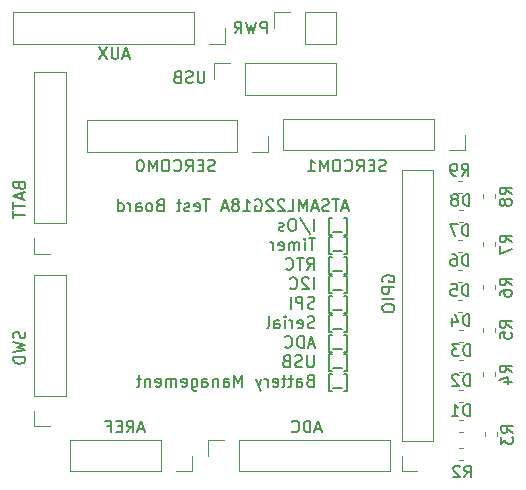
<source format=gbr>
G04 #@! TF.GenerationSoftware,KiCad,Pcbnew,5.1.5*
G04 #@! TF.CreationDate,2020-05-24T16:04:19+02:00*
G04 #@! TF.ProjectId,ATSAML22GA18A_DevBoard,41545341-4d4c-4323-9247-413138415f44,rev?*
G04 #@! TF.SameCoordinates,Original*
G04 #@! TF.FileFunction,Legend,Bot*
G04 #@! TF.FilePolarity,Positive*
%FSLAX46Y46*%
G04 Gerber Fmt 4.6, Leading zero omitted, Abs format (unit mm)*
G04 Created by KiCad (PCBNEW 5.1.5) date 2020-05-24 16:04:19*
%MOMM*%
%LPD*%
G04 APERTURE LIST*
%ADD10C,0.150000*%
%ADD11C,0.120000*%
G04 APERTURE END LIST*
D10*
X172686023Y-76561666D02*
X172209833Y-76561666D01*
X172781261Y-76847380D02*
X172447928Y-75847380D01*
X172114595Y-76847380D01*
X171924119Y-75847380D02*
X171352690Y-75847380D01*
X171638404Y-76847380D02*
X171638404Y-75847380D01*
X171066976Y-76799761D02*
X170924119Y-76847380D01*
X170686023Y-76847380D01*
X170590785Y-76799761D01*
X170543166Y-76752142D01*
X170495547Y-76656904D01*
X170495547Y-76561666D01*
X170543166Y-76466428D01*
X170590785Y-76418809D01*
X170686023Y-76371190D01*
X170876500Y-76323571D01*
X170971738Y-76275952D01*
X171019357Y-76228333D01*
X171066976Y-76133095D01*
X171066976Y-76037857D01*
X171019357Y-75942619D01*
X170971738Y-75895000D01*
X170876500Y-75847380D01*
X170638404Y-75847380D01*
X170495547Y-75895000D01*
X170114595Y-76561666D02*
X169638404Y-76561666D01*
X170209833Y-76847380D02*
X169876500Y-75847380D01*
X169543166Y-76847380D01*
X169209833Y-76847380D02*
X169209833Y-75847380D01*
X168876500Y-76561666D01*
X168543166Y-75847380D01*
X168543166Y-76847380D01*
X167590785Y-76847380D02*
X168066976Y-76847380D01*
X168066976Y-75847380D01*
X167305071Y-75942619D02*
X167257452Y-75895000D01*
X167162214Y-75847380D01*
X166924119Y-75847380D01*
X166828880Y-75895000D01*
X166781261Y-75942619D01*
X166733642Y-76037857D01*
X166733642Y-76133095D01*
X166781261Y-76275952D01*
X167352690Y-76847380D01*
X166733642Y-76847380D01*
X166352690Y-75942619D02*
X166305071Y-75895000D01*
X166209833Y-75847380D01*
X165971738Y-75847380D01*
X165876500Y-75895000D01*
X165828880Y-75942619D01*
X165781261Y-76037857D01*
X165781261Y-76133095D01*
X165828880Y-76275952D01*
X166400309Y-76847380D01*
X165781261Y-76847380D01*
X164828880Y-75895000D02*
X164924119Y-75847380D01*
X165066976Y-75847380D01*
X165209833Y-75895000D01*
X165305071Y-75990238D01*
X165352690Y-76085476D01*
X165400309Y-76275952D01*
X165400309Y-76418809D01*
X165352690Y-76609285D01*
X165305071Y-76704523D01*
X165209833Y-76799761D01*
X165066976Y-76847380D01*
X164971738Y-76847380D01*
X164828880Y-76799761D01*
X164781261Y-76752142D01*
X164781261Y-76418809D01*
X164971738Y-76418809D01*
X163828880Y-76847380D02*
X164400309Y-76847380D01*
X164114595Y-76847380D02*
X164114595Y-75847380D01*
X164209833Y-75990238D01*
X164305071Y-76085476D01*
X164400309Y-76133095D01*
X163257452Y-76275952D02*
X163352690Y-76228333D01*
X163400309Y-76180714D01*
X163447928Y-76085476D01*
X163447928Y-76037857D01*
X163400309Y-75942619D01*
X163352690Y-75895000D01*
X163257452Y-75847380D01*
X163066976Y-75847380D01*
X162971738Y-75895000D01*
X162924119Y-75942619D01*
X162876500Y-76037857D01*
X162876500Y-76085476D01*
X162924119Y-76180714D01*
X162971738Y-76228333D01*
X163066976Y-76275952D01*
X163257452Y-76275952D01*
X163352690Y-76323571D01*
X163400309Y-76371190D01*
X163447928Y-76466428D01*
X163447928Y-76656904D01*
X163400309Y-76752142D01*
X163352690Y-76799761D01*
X163257452Y-76847380D01*
X163066976Y-76847380D01*
X162971738Y-76799761D01*
X162924119Y-76752142D01*
X162876500Y-76656904D01*
X162876500Y-76466428D01*
X162924119Y-76371190D01*
X162971738Y-76323571D01*
X163066976Y-76275952D01*
X162495547Y-76561666D02*
X162019357Y-76561666D01*
X162590785Y-76847380D02*
X162257452Y-75847380D01*
X161924119Y-76847380D01*
X160971738Y-75847380D02*
X160400309Y-75847380D01*
X160686023Y-76847380D02*
X160686023Y-75847380D01*
X159686023Y-76799761D02*
X159781261Y-76847380D01*
X159971738Y-76847380D01*
X160066976Y-76799761D01*
X160114595Y-76704523D01*
X160114595Y-76323571D01*
X160066976Y-76228333D01*
X159971738Y-76180714D01*
X159781261Y-76180714D01*
X159686023Y-76228333D01*
X159638404Y-76323571D01*
X159638404Y-76418809D01*
X160114595Y-76514047D01*
X159257452Y-76799761D02*
X159162214Y-76847380D01*
X158971738Y-76847380D01*
X158876500Y-76799761D01*
X158828880Y-76704523D01*
X158828880Y-76656904D01*
X158876500Y-76561666D01*
X158971738Y-76514047D01*
X159114595Y-76514047D01*
X159209833Y-76466428D01*
X159257452Y-76371190D01*
X159257452Y-76323571D01*
X159209833Y-76228333D01*
X159114595Y-76180714D01*
X158971738Y-76180714D01*
X158876500Y-76228333D01*
X158543166Y-76180714D02*
X158162214Y-76180714D01*
X158400309Y-75847380D02*
X158400309Y-76704523D01*
X158352690Y-76799761D01*
X158257452Y-76847380D01*
X158162214Y-76847380D01*
X156733642Y-76323571D02*
X156590785Y-76371190D01*
X156543166Y-76418809D01*
X156495547Y-76514047D01*
X156495547Y-76656904D01*
X156543166Y-76752142D01*
X156590785Y-76799761D01*
X156686023Y-76847380D01*
X157066976Y-76847380D01*
X157066976Y-75847380D01*
X156733642Y-75847380D01*
X156638404Y-75895000D01*
X156590785Y-75942619D01*
X156543166Y-76037857D01*
X156543166Y-76133095D01*
X156590785Y-76228333D01*
X156638404Y-76275952D01*
X156733642Y-76323571D01*
X157066976Y-76323571D01*
X155924119Y-76847380D02*
X156019357Y-76799761D01*
X156066976Y-76752142D01*
X156114595Y-76656904D01*
X156114595Y-76371190D01*
X156066976Y-76275952D01*
X156019357Y-76228333D01*
X155924119Y-76180714D01*
X155781261Y-76180714D01*
X155686023Y-76228333D01*
X155638404Y-76275952D01*
X155590785Y-76371190D01*
X155590785Y-76656904D01*
X155638404Y-76752142D01*
X155686023Y-76799761D01*
X155781261Y-76847380D01*
X155924119Y-76847380D01*
X154733642Y-76847380D02*
X154733642Y-76323571D01*
X154781261Y-76228333D01*
X154876500Y-76180714D01*
X155066976Y-76180714D01*
X155162214Y-76228333D01*
X154733642Y-76799761D02*
X154828880Y-76847380D01*
X155066976Y-76847380D01*
X155162214Y-76799761D01*
X155209833Y-76704523D01*
X155209833Y-76609285D01*
X155162214Y-76514047D01*
X155066976Y-76466428D01*
X154828880Y-76466428D01*
X154733642Y-76418809D01*
X154257452Y-76847380D02*
X154257452Y-76180714D01*
X154257452Y-76371190D02*
X154209833Y-76275952D01*
X154162214Y-76228333D01*
X154066976Y-76180714D01*
X153971738Y-76180714D01*
X153209833Y-76847380D02*
X153209833Y-75847380D01*
X153209833Y-76799761D02*
X153305071Y-76847380D01*
X153495547Y-76847380D01*
X153590785Y-76799761D01*
X153638404Y-76752142D01*
X153686023Y-76656904D01*
X153686023Y-76371190D01*
X153638404Y-76275952D01*
X153590785Y-76228333D01*
X153495547Y-76180714D01*
X153305071Y-76180714D01*
X153209833Y-76228333D01*
X172352690Y-78830714D02*
X172590785Y-78830714D01*
X172590785Y-77402142D01*
X172352690Y-77402142D01*
X172209833Y-78592619D02*
X171447928Y-78592619D01*
X171305071Y-78830714D02*
X171066976Y-78830714D01*
X171066976Y-77402142D01*
X171305071Y-77402142D01*
X169781261Y-78497380D02*
X169781261Y-77497380D01*
X168590785Y-77449761D02*
X169447928Y-78735476D01*
X168066976Y-77497380D02*
X167876500Y-77497380D01*
X167781261Y-77545000D01*
X167686023Y-77640238D01*
X167638404Y-77830714D01*
X167638404Y-78164047D01*
X167686023Y-78354523D01*
X167781261Y-78449761D01*
X167876500Y-78497380D01*
X168066976Y-78497380D01*
X168162214Y-78449761D01*
X168257452Y-78354523D01*
X168305071Y-78164047D01*
X168305071Y-77830714D01*
X168257452Y-77640238D01*
X168162214Y-77545000D01*
X168066976Y-77497380D01*
X167257452Y-78449761D02*
X167162214Y-78497380D01*
X166971738Y-78497380D01*
X166876500Y-78449761D01*
X166828880Y-78354523D01*
X166828880Y-78306904D01*
X166876500Y-78211666D01*
X166971738Y-78164047D01*
X167114595Y-78164047D01*
X167209833Y-78116428D01*
X167257452Y-78021190D01*
X167257452Y-77973571D01*
X167209833Y-77878333D01*
X167114595Y-77830714D01*
X166971738Y-77830714D01*
X166876500Y-77878333D01*
X172352690Y-80480714D02*
X172590785Y-80480714D01*
X172590785Y-79052142D01*
X172352690Y-79052142D01*
X172209833Y-80242619D02*
X171447928Y-80242619D01*
X171305071Y-80480714D02*
X171066976Y-80480714D01*
X171066976Y-79052142D01*
X171305071Y-79052142D01*
X169924119Y-79147380D02*
X169352690Y-79147380D01*
X169638404Y-80147380D02*
X169638404Y-79147380D01*
X169019357Y-80147380D02*
X169019357Y-79480714D01*
X169019357Y-79147380D02*
X169066976Y-79195000D01*
X169019357Y-79242619D01*
X168971738Y-79195000D01*
X169019357Y-79147380D01*
X169019357Y-79242619D01*
X168543166Y-80147380D02*
X168543166Y-79480714D01*
X168543166Y-79575952D02*
X168495547Y-79528333D01*
X168400309Y-79480714D01*
X168257452Y-79480714D01*
X168162214Y-79528333D01*
X168114595Y-79623571D01*
X168114595Y-80147380D01*
X168114595Y-79623571D02*
X168066976Y-79528333D01*
X167971738Y-79480714D01*
X167828880Y-79480714D01*
X167733642Y-79528333D01*
X167686023Y-79623571D01*
X167686023Y-80147380D01*
X166828880Y-80099761D02*
X166924119Y-80147380D01*
X167114595Y-80147380D01*
X167209833Y-80099761D01*
X167257452Y-80004523D01*
X167257452Y-79623571D01*
X167209833Y-79528333D01*
X167114595Y-79480714D01*
X166924119Y-79480714D01*
X166828880Y-79528333D01*
X166781261Y-79623571D01*
X166781261Y-79718809D01*
X167257452Y-79814047D01*
X166352690Y-80147380D02*
X166352690Y-79480714D01*
X166352690Y-79671190D02*
X166305071Y-79575952D01*
X166257452Y-79528333D01*
X166162214Y-79480714D01*
X166066976Y-79480714D01*
X172352690Y-82130714D02*
X172590785Y-82130714D01*
X172590785Y-80702142D01*
X172352690Y-80702142D01*
X172209833Y-81892619D02*
X171447928Y-81892619D01*
X171305071Y-82130714D02*
X171066976Y-82130714D01*
X171066976Y-80702142D01*
X171305071Y-80702142D01*
X169209833Y-81797380D02*
X169543166Y-81321190D01*
X169781261Y-81797380D02*
X169781261Y-80797380D01*
X169400309Y-80797380D01*
X169305071Y-80845000D01*
X169257452Y-80892619D01*
X169209833Y-80987857D01*
X169209833Y-81130714D01*
X169257452Y-81225952D01*
X169305071Y-81273571D01*
X169400309Y-81321190D01*
X169781261Y-81321190D01*
X168924119Y-80797380D02*
X168352690Y-80797380D01*
X168638404Y-81797380D02*
X168638404Y-80797380D01*
X167447928Y-81702142D02*
X167495547Y-81749761D01*
X167638404Y-81797380D01*
X167733642Y-81797380D01*
X167876500Y-81749761D01*
X167971738Y-81654523D01*
X168019357Y-81559285D01*
X168066976Y-81368809D01*
X168066976Y-81225952D01*
X168019357Y-81035476D01*
X167971738Y-80940238D01*
X167876500Y-80845000D01*
X167733642Y-80797380D01*
X167638404Y-80797380D01*
X167495547Y-80845000D01*
X167447928Y-80892619D01*
X172352690Y-83780714D02*
X172590785Y-83780714D01*
X172590785Y-82352142D01*
X172352690Y-82352142D01*
X172209833Y-83542619D02*
X171447928Y-83542619D01*
X171305071Y-83780714D02*
X171066976Y-83780714D01*
X171066976Y-82352142D01*
X171305071Y-82352142D01*
X169781261Y-83447380D02*
X169781261Y-82447380D01*
X169352690Y-82542619D02*
X169305071Y-82495000D01*
X169209833Y-82447380D01*
X168971738Y-82447380D01*
X168876500Y-82495000D01*
X168828880Y-82542619D01*
X168781261Y-82637857D01*
X168781261Y-82733095D01*
X168828880Y-82875952D01*
X169400309Y-83447380D01*
X168781261Y-83447380D01*
X167781261Y-83352142D02*
X167828880Y-83399761D01*
X167971738Y-83447380D01*
X168066976Y-83447380D01*
X168209833Y-83399761D01*
X168305071Y-83304523D01*
X168352690Y-83209285D01*
X168400309Y-83018809D01*
X168400309Y-82875952D01*
X168352690Y-82685476D01*
X168305071Y-82590238D01*
X168209833Y-82495000D01*
X168066976Y-82447380D01*
X167971738Y-82447380D01*
X167828880Y-82495000D01*
X167781261Y-82542619D01*
X172352690Y-85430714D02*
X172590785Y-85430714D01*
X172590785Y-84002142D01*
X172352690Y-84002142D01*
X172209833Y-85192619D02*
X171447928Y-85192619D01*
X171305071Y-85430714D02*
X171066976Y-85430714D01*
X171066976Y-84002142D01*
X171305071Y-84002142D01*
X169828880Y-85049761D02*
X169686023Y-85097380D01*
X169447928Y-85097380D01*
X169352690Y-85049761D01*
X169305071Y-85002142D01*
X169257452Y-84906904D01*
X169257452Y-84811666D01*
X169305071Y-84716428D01*
X169352690Y-84668809D01*
X169447928Y-84621190D01*
X169638404Y-84573571D01*
X169733642Y-84525952D01*
X169781261Y-84478333D01*
X169828880Y-84383095D01*
X169828880Y-84287857D01*
X169781261Y-84192619D01*
X169733642Y-84145000D01*
X169638404Y-84097380D01*
X169400309Y-84097380D01*
X169257452Y-84145000D01*
X168828880Y-85097380D02*
X168828880Y-84097380D01*
X168447928Y-84097380D01*
X168352690Y-84145000D01*
X168305071Y-84192619D01*
X168257452Y-84287857D01*
X168257452Y-84430714D01*
X168305071Y-84525952D01*
X168352690Y-84573571D01*
X168447928Y-84621190D01*
X168828880Y-84621190D01*
X167828880Y-85097380D02*
X167828880Y-84097380D01*
X172352690Y-87080714D02*
X172590785Y-87080714D01*
X172590785Y-85652142D01*
X172352690Y-85652142D01*
X172209833Y-86842619D02*
X171447928Y-86842619D01*
X171305071Y-87080714D02*
X171066976Y-87080714D01*
X171066976Y-85652142D01*
X171305071Y-85652142D01*
X169828880Y-86699761D02*
X169686023Y-86747380D01*
X169447928Y-86747380D01*
X169352690Y-86699761D01*
X169305071Y-86652142D01*
X169257452Y-86556904D01*
X169257452Y-86461666D01*
X169305071Y-86366428D01*
X169352690Y-86318809D01*
X169447928Y-86271190D01*
X169638404Y-86223571D01*
X169733642Y-86175952D01*
X169781261Y-86128333D01*
X169828880Y-86033095D01*
X169828880Y-85937857D01*
X169781261Y-85842619D01*
X169733642Y-85795000D01*
X169638404Y-85747380D01*
X169400309Y-85747380D01*
X169257452Y-85795000D01*
X168447928Y-86699761D02*
X168543166Y-86747380D01*
X168733642Y-86747380D01*
X168828880Y-86699761D01*
X168876500Y-86604523D01*
X168876500Y-86223571D01*
X168828880Y-86128333D01*
X168733642Y-86080714D01*
X168543166Y-86080714D01*
X168447928Y-86128333D01*
X168400309Y-86223571D01*
X168400309Y-86318809D01*
X168876500Y-86414047D01*
X167971738Y-86747380D02*
X167971738Y-86080714D01*
X167971738Y-86271190D02*
X167924119Y-86175952D01*
X167876500Y-86128333D01*
X167781261Y-86080714D01*
X167686023Y-86080714D01*
X167352690Y-86747380D02*
X167352690Y-86080714D01*
X167352690Y-85747380D02*
X167400309Y-85795000D01*
X167352690Y-85842619D01*
X167305071Y-85795000D01*
X167352690Y-85747380D01*
X167352690Y-85842619D01*
X166447928Y-86747380D02*
X166447928Y-86223571D01*
X166495547Y-86128333D01*
X166590785Y-86080714D01*
X166781261Y-86080714D01*
X166876500Y-86128333D01*
X166447928Y-86699761D02*
X166543166Y-86747380D01*
X166781261Y-86747380D01*
X166876500Y-86699761D01*
X166924119Y-86604523D01*
X166924119Y-86509285D01*
X166876500Y-86414047D01*
X166781261Y-86366428D01*
X166543166Y-86366428D01*
X166447928Y-86318809D01*
X165828880Y-86747380D02*
X165924119Y-86699761D01*
X165971738Y-86604523D01*
X165971738Y-85747380D01*
X172352690Y-88730714D02*
X172590785Y-88730714D01*
X172590785Y-87302142D01*
X172352690Y-87302142D01*
X172209833Y-88492619D02*
X171447928Y-88492619D01*
X171305071Y-88730714D02*
X171066976Y-88730714D01*
X171066976Y-87302142D01*
X171305071Y-87302142D01*
X169828880Y-88111666D02*
X169352690Y-88111666D01*
X169924119Y-88397380D02*
X169590785Y-87397380D01*
X169257452Y-88397380D01*
X168924119Y-88397380D02*
X168924119Y-87397380D01*
X168686023Y-87397380D01*
X168543166Y-87445000D01*
X168447928Y-87540238D01*
X168400309Y-87635476D01*
X168352690Y-87825952D01*
X168352690Y-87968809D01*
X168400309Y-88159285D01*
X168447928Y-88254523D01*
X168543166Y-88349761D01*
X168686023Y-88397380D01*
X168924119Y-88397380D01*
X167352690Y-88302142D02*
X167400309Y-88349761D01*
X167543166Y-88397380D01*
X167638404Y-88397380D01*
X167781261Y-88349761D01*
X167876500Y-88254523D01*
X167924119Y-88159285D01*
X167971738Y-87968809D01*
X167971738Y-87825952D01*
X167924119Y-87635476D01*
X167876500Y-87540238D01*
X167781261Y-87445000D01*
X167638404Y-87397380D01*
X167543166Y-87397380D01*
X167400309Y-87445000D01*
X167352690Y-87492619D01*
X172352690Y-90380714D02*
X172590785Y-90380714D01*
X172590785Y-88952142D01*
X172352690Y-88952142D01*
X172209833Y-90142619D02*
X171447928Y-90142619D01*
X171305071Y-90380714D02*
X171066976Y-90380714D01*
X171066976Y-88952142D01*
X171305071Y-88952142D01*
X169781261Y-89047380D02*
X169781261Y-89856904D01*
X169733642Y-89952142D01*
X169686023Y-89999761D01*
X169590785Y-90047380D01*
X169400309Y-90047380D01*
X169305071Y-89999761D01*
X169257452Y-89952142D01*
X169209833Y-89856904D01*
X169209833Y-89047380D01*
X168781261Y-89999761D02*
X168638404Y-90047380D01*
X168400309Y-90047380D01*
X168305071Y-89999761D01*
X168257452Y-89952142D01*
X168209833Y-89856904D01*
X168209833Y-89761666D01*
X168257452Y-89666428D01*
X168305071Y-89618809D01*
X168400309Y-89571190D01*
X168590785Y-89523571D01*
X168686023Y-89475952D01*
X168733642Y-89428333D01*
X168781261Y-89333095D01*
X168781261Y-89237857D01*
X168733642Y-89142619D01*
X168686023Y-89095000D01*
X168590785Y-89047380D01*
X168352690Y-89047380D01*
X168209833Y-89095000D01*
X167447928Y-89523571D02*
X167305071Y-89571190D01*
X167257452Y-89618809D01*
X167209833Y-89714047D01*
X167209833Y-89856904D01*
X167257452Y-89952142D01*
X167305071Y-89999761D01*
X167400309Y-90047380D01*
X167781261Y-90047380D01*
X167781261Y-89047380D01*
X167447928Y-89047380D01*
X167352690Y-89095000D01*
X167305071Y-89142619D01*
X167257452Y-89237857D01*
X167257452Y-89333095D01*
X167305071Y-89428333D01*
X167352690Y-89475952D01*
X167447928Y-89523571D01*
X167781261Y-89523571D01*
X172352690Y-92030714D02*
X172590785Y-92030714D01*
X172590785Y-90602142D01*
X172352690Y-90602142D01*
X172209833Y-91792619D02*
X171447928Y-91792619D01*
X171305071Y-92030714D02*
X171066976Y-92030714D01*
X171066976Y-90602142D01*
X171305071Y-90602142D01*
X169447928Y-91173571D02*
X169305071Y-91221190D01*
X169257452Y-91268809D01*
X169209833Y-91364047D01*
X169209833Y-91506904D01*
X169257452Y-91602142D01*
X169305071Y-91649761D01*
X169400309Y-91697380D01*
X169781261Y-91697380D01*
X169781261Y-90697380D01*
X169447928Y-90697380D01*
X169352690Y-90745000D01*
X169305071Y-90792619D01*
X169257452Y-90887857D01*
X169257452Y-90983095D01*
X169305071Y-91078333D01*
X169352690Y-91125952D01*
X169447928Y-91173571D01*
X169781261Y-91173571D01*
X168352690Y-91697380D02*
X168352690Y-91173571D01*
X168400309Y-91078333D01*
X168495547Y-91030714D01*
X168686023Y-91030714D01*
X168781261Y-91078333D01*
X168352690Y-91649761D02*
X168447928Y-91697380D01*
X168686023Y-91697380D01*
X168781261Y-91649761D01*
X168828880Y-91554523D01*
X168828880Y-91459285D01*
X168781261Y-91364047D01*
X168686023Y-91316428D01*
X168447928Y-91316428D01*
X168352690Y-91268809D01*
X168019357Y-91030714D02*
X167638404Y-91030714D01*
X167876500Y-90697380D02*
X167876500Y-91554523D01*
X167828880Y-91649761D01*
X167733642Y-91697380D01*
X167638404Y-91697380D01*
X167447928Y-91030714D02*
X167066976Y-91030714D01*
X167305071Y-90697380D02*
X167305071Y-91554523D01*
X167257452Y-91649761D01*
X167162214Y-91697380D01*
X167066976Y-91697380D01*
X166352690Y-91649761D02*
X166447928Y-91697380D01*
X166638404Y-91697380D01*
X166733642Y-91649761D01*
X166781261Y-91554523D01*
X166781261Y-91173571D01*
X166733642Y-91078333D01*
X166638404Y-91030714D01*
X166447928Y-91030714D01*
X166352690Y-91078333D01*
X166305071Y-91173571D01*
X166305071Y-91268809D01*
X166781261Y-91364047D01*
X165876500Y-91697380D02*
X165876500Y-91030714D01*
X165876500Y-91221190D02*
X165828880Y-91125952D01*
X165781261Y-91078333D01*
X165686023Y-91030714D01*
X165590785Y-91030714D01*
X165352690Y-91030714D02*
X165114595Y-91697380D01*
X164876500Y-91030714D02*
X165114595Y-91697380D01*
X165209833Y-91935476D01*
X165257452Y-91983095D01*
X165352690Y-92030714D01*
X163733642Y-91697380D02*
X163733642Y-90697380D01*
X163400309Y-91411666D01*
X163066976Y-90697380D01*
X163066976Y-91697380D01*
X162162214Y-91697380D02*
X162162214Y-91173571D01*
X162209833Y-91078333D01*
X162305071Y-91030714D01*
X162495547Y-91030714D01*
X162590785Y-91078333D01*
X162162214Y-91649761D02*
X162257452Y-91697380D01*
X162495547Y-91697380D01*
X162590785Y-91649761D01*
X162638404Y-91554523D01*
X162638404Y-91459285D01*
X162590785Y-91364047D01*
X162495547Y-91316428D01*
X162257452Y-91316428D01*
X162162214Y-91268809D01*
X161686023Y-91030714D02*
X161686023Y-91697380D01*
X161686023Y-91125952D02*
X161638404Y-91078333D01*
X161543166Y-91030714D01*
X161400309Y-91030714D01*
X161305071Y-91078333D01*
X161257452Y-91173571D01*
X161257452Y-91697380D01*
X160352690Y-91697380D02*
X160352690Y-91173571D01*
X160400309Y-91078333D01*
X160495547Y-91030714D01*
X160686023Y-91030714D01*
X160781261Y-91078333D01*
X160352690Y-91649761D02*
X160447928Y-91697380D01*
X160686023Y-91697380D01*
X160781261Y-91649761D01*
X160828880Y-91554523D01*
X160828880Y-91459285D01*
X160781261Y-91364047D01*
X160686023Y-91316428D01*
X160447928Y-91316428D01*
X160352690Y-91268809D01*
X159447928Y-91030714D02*
X159447928Y-91840238D01*
X159495547Y-91935476D01*
X159543166Y-91983095D01*
X159638404Y-92030714D01*
X159781261Y-92030714D01*
X159876500Y-91983095D01*
X159447928Y-91649761D02*
X159543166Y-91697380D01*
X159733642Y-91697380D01*
X159828880Y-91649761D01*
X159876500Y-91602142D01*
X159924119Y-91506904D01*
X159924119Y-91221190D01*
X159876500Y-91125952D01*
X159828880Y-91078333D01*
X159733642Y-91030714D01*
X159543166Y-91030714D01*
X159447928Y-91078333D01*
X158590785Y-91649761D02*
X158686023Y-91697380D01*
X158876500Y-91697380D01*
X158971738Y-91649761D01*
X159019357Y-91554523D01*
X159019357Y-91173571D01*
X158971738Y-91078333D01*
X158876500Y-91030714D01*
X158686023Y-91030714D01*
X158590785Y-91078333D01*
X158543166Y-91173571D01*
X158543166Y-91268809D01*
X159019357Y-91364047D01*
X158114595Y-91697380D02*
X158114595Y-91030714D01*
X158114595Y-91125952D02*
X158066976Y-91078333D01*
X157971738Y-91030714D01*
X157828880Y-91030714D01*
X157733642Y-91078333D01*
X157686023Y-91173571D01*
X157686023Y-91697380D01*
X157686023Y-91173571D02*
X157638404Y-91078333D01*
X157543166Y-91030714D01*
X157400309Y-91030714D01*
X157305071Y-91078333D01*
X157257452Y-91173571D01*
X157257452Y-91697380D01*
X156400309Y-91649761D02*
X156495547Y-91697380D01*
X156686023Y-91697380D01*
X156781261Y-91649761D01*
X156828880Y-91554523D01*
X156828880Y-91173571D01*
X156781261Y-91078333D01*
X156686023Y-91030714D01*
X156495547Y-91030714D01*
X156400309Y-91078333D01*
X156352690Y-91173571D01*
X156352690Y-91268809D01*
X156828880Y-91364047D01*
X155924119Y-91030714D02*
X155924119Y-91697380D01*
X155924119Y-91125952D02*
X155876500Y-91078333D01*
X155781261Y-91030714D01*
X155638404Y-91030714D01*
X155543166Y-91078333D01*
X155495547Y-91173571D01*
X155495547Y-91697380D01*
X155162214Y-91030714D02*
X154781261Y-91030714D01*
X155019357Y-90697380D02*
X155019357Y-91554523D01*
X154971738Y-91649761D01*
X154876500Y-91697380D01*
X154781261Y-91697380D01*
D11*
X182407779Y-95506000D02*
X182082221Y-95506000D01*
X182407779Y-94486000D02*
X182082221Y-94486000D01*
X182433279Y-92966000D02*
X182107721Y-92966000D01*
X182433279Y-91946000D02*
X182107721Y-91946000D01*
X182433279Y-90426000D02*
X182107721Y-90426000D01*
X182433279Y-89406000D02*
X182107721Y-89406000D01*
X182382279Y-87886000D02*
X182056721Y-87886000D01*
X182382279Y-86866000D02*
X182056721Y-86866000D01*
X182306279Y-85346000D02*
X181980721Y-85346000D01*
X182306279Y-84326000D02*
X181980721Y-84326000D01*
X182306279Y-82806000D02*
X181980721Y-82806000D01*
X182306279Y-81786000D02*
X181980721Y-81786000D01*
X182306279Y-79246000D02*
X181980721Y-79246000D01*
X182306279Y-80266000D02*
X181980721Y-80266000D01*
X182382279Y-77726000D02*
X182056721Y-77726000D01*
X182382279Y-76706000D02*
X182056721Y-76706000D01*
X146117000Y-82236000D02*
X148777000Y-82236000D01*
X146117000Y-92456000D02*
X146117000Y-82236000D01*
X148777000Y-92456000D02*
X148777000Y-82236000D01*
X146117000Y-92456000D02*
X148777000Y-92456000D01*
X146117000Y-93726000D02*
X146117000Y-95056000D01*
X146117000Y-95056000D02*
X147447000Y-95056000D01*
X159445000Y-98866000D02*
X159445000Y-97536000D01*
X158115000Y-98866000D02*
X159445000Y-98866000D01*
X156845000Y-98866000D02*
X156845000Y-96206000D01*
X156845000Y-96206000D02*
X149165000Y-96206000D01*
X156845000Y-98866000D02*
X149165000Y-98866000D01*
X149165000Y-98866000D02*
X149165000Y-96206000D01*
X144339000Y-62671000D02*
X144339000Y-60011000D01*
X159639000Y-62671000D02*
X144339000Y-62671000D01*
X159639000Y-60011000D02*
X144339000Y-60011000D01*
X159639000Y-62671000D02*
X159639000Y-60011000D01*
X160909000Y-62671000D02*
X162239000Y-62671000D01*
X162239000Y-62671000D02*
X162239000Y-61341000D01*
X176209000Y-96206000D02*
X176209000Y-98866000D01*
X163449000Y-96206000D02*
X176209000Y-96206000D01*
X163449000Y-98866000D02*
X176209000Y-98866000D01*
X163449000Y-96206000D02*
X163449000Y-98866000D01*
X162179000Y-96206000D02*
X160849000Y-96206000D01*
X160849000Y-96206000D02*
X160849000Y-97536000D01*
X177232000Y-73346000D02*
X179892000Y-73346000D01*
X177232000Y-96266000D02*
X177232000Y-73346000D01*
X179892000Y-96266000D02*
X179892000Y-73346000D01*
X177232000Y-96266000D02*
X179892000Y-96266000D01*
X177232000Y-97536000D02*
X177232000Y-98866000D01*
X177232000Y-98866000D02*
X178562000Y-98866000D01*
X146117000Y-80451000D02*
X147447000Y-80451000D01*
X146117000Y-79121000D02*
X146117000Y-80451000D01*
X146117000Y-77851000D02*
X148777000Y-77851000D01*
X148777000Y-77851000D02*
X148777000Y-65091000D01*
X146117000Y-77851000D02*
X146117000Y-65091000D01*
X146117000Y-65091000D02*
X148777000Y-65091000D01*
X150562000Y-71815000D02*
X150562000Y-69155000D01*
X163322000Y-71815000D02*
X150562000Y-71815000D01*
X163322000Y-69155000D02*
X150562000Y-69155000D01*
X163322000Y-71815000D02*
X163322000Y-69155000D01*
X164592000Y-71815000D02*
X165922000Y-71815000D01*
X165922000Y-71815000D02*
X165922000Y-70485000D01*
X182559000Y-71688000D02*
X182559000Y-70358000D01*
X181229000Y-71688000D02*
X182559000Y-71688000D01*
X179959000Y-71688000D02*
X179959000Y-69028000D01*
X179959000Y-69028000D02*
X167199000Y-69028000D01*
X179959000Y-71688000D02*
X167199000Y-71688000D01*
X167199000Y-71688000D02*
X167199000Y-69028000D01*
X171637000Y-64329000D02*
X171637000Y-66989000D01*
X163957000Y-64329000D02*
X171637000Y-64329000D01*
X163957000Y-66989000D02*
X171637000Y-66989000D01*
X163957000Y-64329000D02*
X163957000Y-66989000D01*
X162687000Y-64329000D02*
X161357000Y-64329000D01*
X161357000Y-64329000D02*
X161357000Y-65659000D01*
X166437000Y-60011000D02*
X166437000Y-61341000D01*
X167767000Y-60011000D02*
X166437000Y-60011000D01*
X169037000Y-60011000D02*
X169037000Y-62671000D01*
X169037000Y-62671000D02*
X171637000Y-62671000D01*
X169037000Y-60011000D02*
X171637000Y-60011000D01*
X171637000Y-60011000D02*
X171637000Y-62671000D01*
X182433279Y-96899000D02*
X182107721Y-96899000D01*
X182433279Y-97919000D02*
X182107721Y-97919000D01*
X184275000Y-95569721D02*
X184275000Y-95895279D01*
X185295000Y-95569721D02*
X185295000Y-95895279D01*
X185168000Y-90815279D02*
X185168000Y-90489721D01*
X184148000Y-90815279D02*
X184148000Y-90489721D01*
X185168000Y-87030779D02*
X185168000Y-86705221D01*
X184148000Y-87030779D02*
X184148000Y-86705221D01*
X185168000Y-83449279D02*
X185168000Y-83123721D01*
X184148000Y-83449279D02*
X184148000Y-83123721D01*
X185168000Y-79817279D02*
X185168000Y-79491721D01*
X184148000Y-79817279D02*
X184148000Y-79491721D01*
X185168000Y-75753279D02*
X185168000Y-75427721D01*
X184148000Y-75753279D02*
X184148000Y-75427721D01*
X182306279Y-75313000D02*
X181980721Y-75313000D01*
X182306279Y-74293000D02*
X181980721Y-74293000D01*
D10*
X182983095Y-94178380D02*
X182983095Y-93178380D01*
X182745000Y-93178380D01*
X182602142Y-93226000D01*
X182506904Y-93321238D01*
X182459285Y-93416476D01*
X182411666Y-93606952D01*
X182411666Y-93749809D01*
X182459285Y-93940285D01*
X182506904Y-94035523D01*
X182602142Y-94130761D01*
X182745000Y-94178380D01*
X182983095Y-94178380D01*
X181459285Y-94178380D02*
X182030714Y-94178380D01*
X181745000Y-94178380D02*
X181745000Y-93178380D01*
X181840238Y-93321238D01*
X181935476Y-93416476D01*
X182030714Y-93464095D01*
X183008595Y-91638380D02*
X183008595Y-90638380D01*
X182770500Y-90638380D01*
X182627642Y-90686000D01*
X182532404Y-90781238D01*
X182484785Y-90876476D01*
X182437166Y-91066952D01*
X182437166Y-91209809D01*
X182484785Y-91400285D01*
X182532404Y-91495523D01*
X182627642Y-91590761D01*
X182770500Y-91638380D01*
X183008595Y-91638380D01*
X182056214Y-90733619D02*
X182008595Y-90686000D01*
X181913357Y-90638380D01*
X181675261Y-90638380D01*
X181580023Y-90686000D01*
X181532404Y-90733619D01*
X181484785Y-90828857D01*
X181484785Y-90924095D01*
X181532404Y-91066952D01*
X182103833Y-91638380D01*
X181484785Y-91638380D01*
X183008595Y-89098380D02*
X183008595Y-88098380D01*
X182770500Y-88098380D01*
X182627642Y-88146000D01*
X182532404Y-88241238D01*
X182484785Y-88336476D01*
X182437166Y-88526952D01*
X182437166Y-88669809D01*
X182484785Y-88860285D01*
X182532404Y-88955523D01*
X182627642Y-89050761D01*
X182770500Y-89098380D01*
X183008595Y-89098380D01*
X182103833Y-88098380D02*
X181484785Y-88098380D01*
X181818119Y-88479333D01*
X181675261Y-88479333D01*
X181580023Y-88526952D01*
X181532404Y-88574571D01*
X181484785Y-88669809D01*
X181484785Y-88907904D01*
X181532404Y-89003142D01*
X181580023Y-89050761D01*
X181675261Y-89098380D01*
X181960976Y-89098380D01*
X182056214Y-89050761D01*
X182103833Y-89003142D01*
X182957595Y-86558380D02*
X182957595Y-85558380D01*
X182719500Y-85558380D01*
X182576642Y-85606000D01*
X182481404Y-85701238D01*
X182433785Y-85796476D01*
X182386166Y-85986952D01*
X182386166Y-86129809D01*
X182433785Y-86320285D01*
X182481404Y-86415523D01*
X182576642Y-86510761D01*
X182719500Y-86558380D01*
X182957595Y-86558380D01*
X181529023Y-85891714D02*
X181529023Y-86558380D01*
X181767119Y-85510761D02*
X182005214Y-86225047D01*
X181386166Y-86225047D01*
X182881595Y-84018380D02*
X182881595Y-83018380D01*
X182643500Y-83018380D01*
X182500642Y-83066000D01*
X182405404Y-83161238D01*
X182357785Y-83256476D01*
X182310166Y-83446952D01*
X182310166Y-83589809D01*
X182357785Y-83780285D01*
X182405404Y-83875523D01*
X182500642Y-83970761D01*
X182643500Y-84018380D01*
X182881595Y-84018380D01*
X181405404Y-83018380D02*
X181881595Y-83018380D01*
X181929214Y-83494571D01*
X181881595Y-83446952D01*
X181786357Y-83399333D01*
X181548261Y-83399333D01*
X181453023Y-83446952D01*
X181405404Y-83494571D01*
X181357785Y-83589809D01*
X181357785Y-83827904D01*
X181405404Y-83923142D01*
X181453023Y-83970761D01*
X181548261Y-84018380D01*
X181786357Y-84018380D01*
X181881595Y-83970761D01*
X181929214Y-83923142D01*
X182881595Y-81478380D02*
X182881595Y-80478380D01*
X182643500Y-80478380D01*
X182500642Y-80526000D01*
X182405404Y-80621238D01*
X182357785Y-80716476D01*
X182310166Y-80906952D01*
X182310166Y-81049809D01*
X182357785Y-81240285D01*
X182405404Y-81335523D01*
X182500642Y-81430761D01*
X182643500Y-81478380D01*
X182881595Y-81478380D01*
X181453023Y-80478380D02*
X181643500Y-80478380D01*
X181738738Y-80526000D01*
X181786357Y-80573619D01*
X181881595Y-80716476D01*
X181929214Y-80906952D01*
X181929214Y-81287904D01*
X181881595Y-81383142D01*
X181833976Y-81430761D01*
X181738738Y-81478380D01*
X181548261Y-81478380D01*
X181453023Y-81430761D01*
X181405404Y-81383142D01*
X181357785Y-81287904D01*
X181357785Y-81049809D01*
X181405404Y-80954571D01*
X181453023Y-80906952D01*
X181548261Y-80859333D01*
X181738738Y-80859333D01*
X181833976Y-80906952D01*
X181881595Y-80954571D01*
X181929214Y-81049809D01*
X182881595Y-78938380D02*
X182881595Y-77938380D01*
X182643500Y-77938380D01*
X182500642Y-77986000D01*
X182405404Y-78081238D01*
X182357785Y-78176476D01*
X182310166Y-78366952D01*
X182310166Y-78509809D01*
X182357785Y-78700285D01*
X182405404Y-78795523D01*
X182500642Y-78890761D01*
X182643500Y-78938380D01*
X182881595Y-78938380D01*
X181976833Y-77938380D02*
X181310166Y-77938380D01*
X181738738Y-78938380D01*
X182957595Y-76398380D02*
X182957595Y-75398380D01*
X182719500Y-75398380D01*
X182576642Y-75446000D01*
X182481404Y-75541238D01*
X182433785Y-75636476D01*
X182386166Y-75826952D01*
X182386166Y-75969809D01*
X182433785Y-76160285D01*
X182481404Y-76255523D01*
X182576642Y-76350761D01*
X182719500Y-76398380D01*
X182957595Y-76398380D01*
X181814738Y-75826952D02*
X181909976Y-75779333D01*
X181957595Y-75731714D01*
X182005214Y-75636476D01*
X182005214Y-75588857D01*
X181957595Y-75493619D01*
X181909976Y-75446000D01*
X181814738Y-75398380D01*
X181624261Y-75398380D01*
X181529023Y-75446000D01*
X181481404Y-75493619D01*
X181433785Y-75588857D01*
X181433785Y-75636476D01*
X181481404Y-75731714D01*
X181529023Y-75779333D01*
X181624261Y-75826952D01*
X181814738Y-75826952D01*
X181909976Y-75874571D01*
X181957595Y-75922190D01*
X182005214Y-76017428D01*
X182005214Y-76207904D01*
X181957595Y-76303142D01*
X181909976Y-76350761D01*
X181814738Y-76398380D01*
X181624261Y-76398380D01*
X181529023Y-76350761D01*
X181481404Y-76303142D01*
X181433785Y-76207904D01*
X181433785Y-76017428D01*
X181481404Y-75922190D01*
X181529023Y-75874571D01*
X181624261Y-75826952D01*
X145311761Y-87034857D02*
X145359380Y-87177714D01*
X145359380Y-87415809D01*
X145311761Y-87511047D01*
X145264142Y-87558666D01*
X145168904Y-87606285D01*
X145073666Y-87606285D01*
X144978428Y-87558666D01*
X144930809Y-87511047D01*
X144883190Y-87415809D01*
X144835571Y-87225333D01*
X144787952Y-87130095D01*
X144740333Y-87082476D01*
X144645095Y-87034857D01*
X144549857Y-87034857D01*
X144454619Y-87082476D01*
X144407000Y-87130095D01*
X144359380Y-87225333D01*
X144359380Y-87463428D01*
X144407000Y-87606285D01*
X144359380Y-87939619D02*
X145359380Y-88177714D01*
X144645095Y-88368190D01*
X145359380Y-88558666D01*
X144359380Y-88796761D01*
X145359380Y-89177714D02*
X144359380Y-89177714D01*
X144359380Y-89415809D01*
X144407000Y-89558666D01*
X144502238Y-89653904D01*
X144597476Y-89701523D01*
X144787952Y-89749142D01*
X144930809Y-89749142D01*
X145121285Y-89701523D01*
X145216523Y-89653904D01*
X145311761Y-89558666D01*
X145359380Y-89415809D01*
X145359380Y-89177714D01*
X155416047Y-95289666D02*
X154939857Y-95289666D01*
X155511285Y-95575380D02*
X155177952Y-94575380D01*
X154844619Y-95575380D01*
X153939857Y-95575380D02*
X154273190Y-95099190D01*
X154511285Y-95575380D02*
X154511285Y-94575380D01*
X154130333Y-94575380D01*
X154035095Y-94623000D01*
X153987476Y-94670619D01*
X153939857Y-94765857D01*
X153939857Y-94908714D01*
X153987476Y-95003952D01*
X154035095Y-95051571D01*
X154130333Y-95099190D01*
X154511285Y-95099190D01*
X153511285Y-95051571D02*
X153177952Y-95051571D01*
X153035095Y-95575380D02*
X153511285Y-95575380D01*
X153511285Y-94575380D01*
X153035095Y-94575380D01*
X152273190Y-95051571D02*
X152606523Y-95051571D01*
X152606523Y-95575380D02*
X152606523Y-94575380D01*
X152130333Y-94575380D01*
X154146095Y-63666666D02*
X153669904Y-63666666D01*
X154241333Y-63952380D02*
X153908000Y-62952380D01*
X153574666Y-63952380D01*
X153241333Y-62952380D02*
X153241333Y-63761904D01*
X153193714Y-63857142D01*
X153146095Y-63904761D01*
X153050857Y-63952380D01*
X152860380Y-63952380D01*
X152765142Y-63904761D01*
X152717523Y-63857142D01*
X152669904Y-63761904D01*
X152669904Y-62952380D01*
X152288952Y-62952380D02*
X151622285Y-63952380D01*
X151622285Y-62952380D02*
X152288952Y-63952380D01*
X170402095Y-95289666D02*
X169925904Y-95289666D01*
X170497333Y-95575380D02*
X170164000Y-94575380D01*
X169830666Y-95575380D01*
X169497333Y-95575380D02*
X169497333Y-94575380D01*
X169259238Y-94575380D01*
X169116380Y-94623000D01*
X169021142Y-94718238D01*
X168973523Y-94813476D01*
X168925904Y-95003952D01*
X168925904Y-95146809D01*
X168973523Y-95337285D01*
X169021142Y-95432523D01*
X169116380Y-95527761D01*
X169259238Y-95575380D01*
X169497333Y-95575380D01*
X167925904Y-95480142D02*
X167973523Y-95527761D01*
X168116380Y-95575380D01*
X168211619Y-95575380D01*
X168354476Y-95527761D01*
X168449714Y-95432523D01*
X168497333Y-95337285D01*
X168544952Y-95146809D01*
X168544952Y-95003952D01*
X168497333Y-94813476D01*
X168449714Y-94718238D01*
X168354476Y-94623000D01*
X168211619Y-94575380D01*
X168116380Y-94575380D01*
X167973523Y-94623000D01*
X167925904Y-94670619D01*
X175649000Y-82820000D02*
X175601380Y-82724761D01*
X175601380Y-82581904D01*
X175649000Y-82439047D01*
X175744238Y-82343809D01*
X175839476Y-82296190D01*
X176029952Y-82248571D01*
X176172809Y-82248571D01*
X176363285Y-82296190D01*
X176458523Y-82343809D01*
X176553761Y-82439047D01*
X176601380Y-82581904D01*
X176601380Y-82677142D01*
X176553761Y-82820000D01*
X176506142Y-82867619D01*
X176172809Y-82867619D01*
X176172809Y-82677142D01*
X176601380Y-83296190D02*
X175601380Y-83296190D01*
X175601380Y-83677142D01*
X175649000Y-83772380D01*
X175696619Y-83820000D01*
X175791857Y-83867619D01*
X175934714Y-83867619D01*
X176029952Y-83820000D01*
X176077571Y-83772380D01*
X176125190Y-83677142D01*
X176125190Y-83296190D01*
X176601380Y-84296190D02*
X175601380Y-84296190D01*
X175601380Y-84962857D02*
X175601380Y-85153333D01*
X175649000Y-85248571D01*
X175744238Y-85343809D01*
X175934714Y-85391428D01*
X176268047Y-85391428D01*
X176458523Y-85343809D01*
X176553761Y-85248571D01*
X176601380Y-85153333D01*
X176601380Y-84962857D01*
X176553761Y-84867619D01*
X176458523Y-84772380D01*
X176268047Y-84724761D01*
X175934714Y-84724761D01*
X175744238Y-84772380D01*
X175649000Y-84867619D01*
X175601380Y-84962857D01*
X144835571Y-74699952D02*
X144883190Y-74842809D01*
X144930809Y-74890428D01*
X145026047Y-74938047D01*
X145168904Y-74938047D01*
X145264142Y-74890428D01*
X145311761Y-74842809D01*
X145359380Y-74747571D01*
X145359380Y-74366619D01*
X144359380Y-74366619D01*
X144359380Y-74699952D01*
X144407000Y-74795190D01*
X144454619Y-74842809D01*
X144549857Y-74890428D01*
X144645095Y-74890428D01*
X144740333Y-74842809D01*
X144787952Y-74795190D01*
X144835571Y-74699952D01*
X144835571Y-74366619D01*
X145073666Y-75319000D02*
X145073666Y-75795190D01*
X145359380Y-75223761D02*
X144359380Y-75557095D01*
X145359380Y-75890428D01*
X144359380Y-76080904D02*
X144359380Y-76652333D01*
X145359380Y-76366619D02*
X144359380Y-76366619D01*
X144359380Y-76842809D02*
X144359380Y-77414238D01*
X145359380Y-77128523D02*
X144359380Y-77128523D01*
X161424523Y-73429761D02*
X161281666Y-73477380D01*
X161043571Y-73477380D01*
X160948333Y-73429761D01*
X160900714Y-73382142D01*
X160853095Y-73286904D01*
X160853095Y-73191666D01*
X160900714Y-73096428D01*
X160948333Y-73048809D01*
X161043571Y-73001190D01*
X161234047Y-72953571D01*
X161329285Y-72905952D01*
X161376904Y-72858333D01*
X161424523Y-72763095D01*
X161424523Y-72667857D01*
X161376904Y-72572619D01*
X161329285Y-72525000D01*
X161234047Y-72477380D01*
X160995952Y-72477380D01*
X160853095Y-72525000D01*
X160424523Y-72953571D02*
X160091190Y-72953571D01*
X159948333Y-73477380D02*
X160424523Y-73477380D01*
X160424523Y-72477380D01*
X159948333Y-72477380D01*
X158948333Y-73477380D02*
X159281666Y-73001190D01*
X159519761Y-73477380D02*
X159519761Y-72477380D01*
X159138809Y-72477380D01*
X159043571Y-72525000D01*
X158995952Y-72572619D01*
X158948333Y-72667857D01*
X158948333Y-72810714D01*
X158995952Y-72905952D01*
X159043571Y-72953571D01*
X159138809Y-73001190D01*
X159519761Y-73001190D01*
X157948333Y-73382142D02*
X157995952Y-73429761D01*
X158138809Y-73477380D01*
X158234047Y-73477380D01*
X158376904Y-73429761D01*
X158472142Y-73334523D01*
X158519761Y-73239285D01*
X158567380Y-73048809D01*
X158567380Y-72905952D01*
X158519761Y-72715476D01*
X158472142Y-72620238D01*
X158376904Y-72525000D01*
X158234047Y-72477380D01*
X158138809Y-72477380D01*
X157995952Y-72525000D01*
X157948333Y-72572619D01*
X157329285Y-72477380D02*
X157138809Y-72477380D01*
X157043571Y-72525000D01*
X156948333Y-72620238D01*
X156900714Y-72810714D01*
X156900714Y-73144047D01*
X156948333Y-73334523D01*
X157043571Y-73429761D01*
X157138809Y-73477380D01*
X157329285Y-73477380D01*
X157424523Y-73429761D01*
X157519761Y-73334523D01*
X157567380Y-73144047D01*
X157567380Y-72810714D01*
X157519761Y-72620238D01*
X157424523Y-72525000D01*
X157329285Y-72477380D01*
X156472142Y-73477380D02*
X156472142Y-72477380D01*
X156138809Y-73191666D01*
X155805476Y-72477380D01*
X155805476Y-73477380D01*
X155138809Y-72477380D02*
X155043571Y-72477380D01*
X154948333Y-72525000D01*
X154900714Y-72572619D01*
X154853095Y-72667857D01*
X154805476Y-72858333D01*
X154805476Y-73096428D01*
X154853095Y-73286904D01*
X154900714Y-73382142D01*
X154948333Y-73429761D01*
X155043571Y-73477380D01*
X155138809Y-73477380D01*
X155234047Y-73429761D01*
X155281666Y-73382142D01*
X155329285Y-73286904D01*
X155376904Y-73096428D01*
X155376904Y-72858333D01*
X155329285Y-72667857D01*
X155281666Y-72572619D01*
X155234047Y-72525000D01*
X155138809Y-72477380D01*
X175902523Y-73429761D02*
X175759666Y-73477380D01*
X175521571Y-73477380D01*
X175426333Y-73429761D01*
X175378714Y-73382142D01*
X175331095Y-73286904D01*
X175331095Y-73191666D01*
X175378714Y-73096428D01*
X175426333Y-73048809D01*
X175521571Y-73001190D01*
X175712047Y-72953571D01*
X175807285Y-72905952D01*
X175854904Y-72858333D01*
X175902523Y-72763095D01*
X175902523Y-72667857D01*
X175854904Y-72572619D01*
X175807285Y-72525000D01*
X175712047Y-72477380D01*
X175473952Y-72477380D01*
X175331095Y-72525000D01*
X174902523Y-72953571D02*
X174569190Y-72953571D01*
X174426333Y-73477380D02*
X174902523Y-73477380D01*
X174902523Y-72477380D01*
X174426333Y-72477380D01*
X173426333Y-73477380D02*
X173759666Y-73001190D01*
X173997761Y-73477380D02*
X173997761Y-72477380D01*
X173616809Y-72477380D01*
X173521571Y-72525000D01*
X173473952Y-72572619D01*
X173426333Y-72667857D01*
X173426333Y-72810714D01*
X173473952Y-72905952D01*
X173521571Y-72953571D01*
X173616809Y-73001190D01*
X173997761Y-73001190D01*
X172426333Y-73382142D02*
X172473952Y-73429761D01*
X172616809Y-73477380D01*
X172712047Y-73477380D01*
X172854904Y-73429761D01*
X172950142Y-73334523D01*
X172997761Y-73239285D01*
X173045380Y-73048809D01*
X173045380Y-72905952D01*
X172997761Y-72715476D01*
X172950142Y-72620238D01*
X172854904Y-72525000D01*
X172712047Y-72477380D01*
X172616809Y-72477380D01*
X172473952Y-72525000D01*
X172426333Y-72572619D01*
X171807285Y-72477380D02*
X171616809Y-72477380D01*
X171521571Y-72525000D01*
X171426333Y-72620238D01*
X171378714Y-72810714D01*
X171378714Y-73144047D01*
X171426333Y-73334523D01*
X171521571Y-73429761D01*
X171616809Y-73477380D01*
X171807285Y-73477380D01*
X171902523Y-73429761D01*
X171997761Y-73334523D01*
X172045380Y-73144047D01*
X172045380Y-72810714D01*
X171997761Y-72620238D01*
X171902523Y-72525000D01*
X171807285Y-72477380D01*
X170950142Y-73477380D02*
X170950142Y-72477380D01*
X170616809Y-73191666D01*
X170283476Y-72477380D01*
X170283476Y-73477380D01*
X169283476Y-73477380D02*
X169854904Y-73477380D01*
X169569190Y-73477380D02*
X169569190Y-72477380D01*
X169664428Y-72620238D01*
X169759666Y-72715476D01*
X169854904Y-72763095D01*
X160519904Y-64984380D02*
X160519904Y-65793904D01*
X160472285Y-65889142D01*
X160424666Y-65936761D01*
X160329428Y-65984380D01*
X160138952Y-65984380D01*
X160043714Y-65936761D01*
X159996095Y-65889142D01*
X159948476Y-65793904D01*
X159948476Y-64984380D01*
X159519904Y-65936761D02*
X159377047Y-65984380D01*
X159138952Y-65984380D01*
X159043714Y-65936761D01*
X158996095Y-65889142D01*
X158948476Y-65793904D01*
X158948476Y-65698666D01*
X158996095Y-65603428D01*
X159043714Y-65555809D01*
X159138952Y-65508190D01*
X159329428Y-65460571D01*
X159424666Y-65412952D01*
X159472285Y-65365333D01*
X159519904Y-65270095D01*
X159519904Y-65174857D01*
X159472285Y-65079619D01*
X159424666Y-65032000D01*
X159329428Y-64984380D01*
X159091333Y-64984380D01*
X158948476Y-65032000D01*
X158186571Y-65460571D02*
X158043714Y-65508190D01*
X157996095Y-65555809D01*
X157948476Y-65651047D01*
X157948476Y-65793904D01*
X157996095Y-65889142D01*
X158043714Y-65936761D01*
X158138952Y-65984380D01*
X158519904Y-65984380D01*
X158519904Y-64984380D01*
X158186571Y-64984380D01*
X158091333Y-65032000D01*
X158043714Y-65079619D01*
X157996095Y-65174857D01*
X157996095Y-65270095D01*
X158043714Y-65365333D01*
X158091333Y-65412952D01*
X158186571Y-65460571D01*
X158519904Y-65460571D01*
X165798333Y-61793380D02*
X165798333Y-60793380D01*
X165417380Y-60793380D01*
X165322142Y-60841000D01*
X165274523Y-60888619D01*
X165226904Y-60983857D01*
X165226904Y-61126714D01*
X165274523Y-61221952D01*
X165322142Y-61269571D01*
X165417380Y-61317190D01*
X165798333Y-61317190D01*
X164893571Y-60793380D02*
X164655476Y-61793380D01*
X164465000Y-61079095D01*
X164274523Y-61793380D01*
X164036428Y-60793380D01*
X163084047Y-61793380D02*
X163417380Y-61317190D01*
X163655476Y-61793380D02*
X163655476Y-60793380D01*
X163274523Y-60793380D01*
X163179285Y-60841000D01*
X163131666Y-60888619D01*
X163084047Y-60983857D01*
X163084047Y-61126714D01*
X163131666Y-61221952D01*
X163179285Y-61269571D01*
X163274523Y-61317190D01*
X163655476Y-61317190D01*
X182538666Y-99385380D02*
X182872000Y-98909190D01*
X183110095Y-99385380D02*
X183110095Y-98385380D01*
X182729142Y-98385380D01*
X182633904Y-98433000D01*
X182586285Y-98480619D01*
X182538666Y-98575857D01*
X182538666Y-98718714D01*
X182586285Y-98813952D01*
X182633904Y-98861571D01*
X182729142Y-98909190D01*
X183110095Y-98909190D01*
X182157714Y-98480619D02*
X182110095Y-98433000D01*
X182014857Y-98385380D01*
X181776761Y-98385380D01*
X181681523Y-98433000D01*
X181633904Y-98480619D01*
X181586285Y-98575857D01*
X181586285Y-98671095D01*
X181633904Y-98813952D01*
X182205333Y-99385380D01*
X181586285Y-99385380D01*
X186634380Y-95591333D02*
X186158190Y-95258000D01*
X186634380Y-95019904D02*
X185634380Y-95019904D01*
X185634380Y-95400857D01*
X185682000Y-95496095D01*
X185729619Y-95543714D01*
X185824857Y-95591333D01*
X185967714Y-95591333D01*
X186062952Y-95543714D01*
X186110571Y-95496095D01*
X186158190Y-95400857D01*
X186158190Y-95019904D01*
X185634380Y-95924666D02*
X185634380Y-96543714D01*
X186015333Y-96210380D01*
X186015333Y-96353238D01*
X186062952Y-96448476D01*
X186110571Y-96496095D01*
X186205809Y-96543714D01*
X186443904Y-96543714D01*
X186539142Y-96496095D01*
X186586761Y-96448476D01*
X186634380Y-96353238D01*
X186634380Y-96067523D01*
X186586761Y-95972285D01*
X186539142Y-95924666D01*
X186540380Y-90485833D02*
X186064190Y-90152500D01*
X186540380Y-89914404D02*
X185540380Y-89914404D01*
X185540380Y-90295357D01*
X185588000Y-90390595D01*
X185635619Y-90438214D01*
X185730857Y-90485833D01*
X185873714Y-90485833D01*
X185968952Y-90438214D01*
X186016571Y-90390595D01*
X186064190Y-90295357D01*
X186064190Y-89914404D01*
X185873714Y-91342976D02*
X186540380Y-91342976D01*
X185492761Y-91104880D02*
X186207047Y-90866785D01*
X186207047Y-91485833D01*
X186540380Y-86701333D02*
X186064190Y-86368000D01*
X186540380Y-86129904D02*
X185540380Y-86129904D01*
X185540380Y-86510857D01*
X185588000Y-86606095D01*
X185635619Y-86653714D01*
X185730857Y-86701333D01*
X185873714Y-86701333D01*
X185968952Y-86653714D01*
X186016571Y-86606095D01*
X186064190Y-86510857D01*
X186064190Y-86129904D01*
X185540380Y-87606095D02*
X185540380Y-87129904D01*
X186016571Y-87082285D01*
X185968952Y-87129904D01*
X185921333Y-87225142D01*
X185921333Y-87463238D01*
X185968952Y-87558476D01*
X186016571Y-87606095D01*
X186111809Y-87653714D01*
X186349904Y-87653714D01*
X186445142Y-87606095D01*
X186492761Y-87558476D01*
X186540380Y-87463238D01*
X186540380Y-87225142D01*
X186492761Y-87129904D01*
X186445142Y-87082285D01*
X186540380Y-83119833D02*
X186064190Y-82786500D01*
X186540380Y-82548404D02*
X185540380Y-82548404D01*
X185540380Y-82929357D01*
X185588000Y-83024595D01*
X185635619Y-83072214D01*
X185730857Y-83119833D01*
X185873714Y-83119833D01*
X185968952Y-83072214D01*
X186016571Y-83024595D01*
X186064190Y-82929357D01*
X186064190Y-82548404D01*
X185540380Y-83976976D02*
X185540380Y-83786500D01*
X185588000Y-83691261D01*
X185635619Y-83643642D01*
X185778476Y-83548404D01*
X185968952Y-83500785D01*
X186349904Y-83500785D01*
X186445142Y-83548404D01*
X186492761Y-83596023D01*
X186540380Y-83691261D01*
X186540380Y-83881738D01*
X186492761Y-83976976D01*
X186445142Y-84024595D01*
X186349904Y-84072214D01*
X186111809Y-84072214D01*
X186016571Y-84024595D01*
X185968952Y-83976976D01*
X185921333Y-83881738D01*
X185921333Y-83691261D01*
X185968952Y-83596023D01*
X186016571Y-83548404D01*
X186111809Y-83500785D01*
X186540380Y-79487833D02*
X186064190Y-79154500D01*
X186540380Y-78916404D02*
X185540380Y-78916404D01*
X185540380Y-79297357D01*
X185588000Y-79392595D01*
X185635619Y-79440214D01*
X185730857Y-79487833D01*
X185873714Y-79487833D01*
X185968952Y-79440214D01*
X186016571Y-79392595D01*
X186064190Y-79297357D01*
X186064190Y-78916404D01*
X185540380Y-79821166D02*
X185540380Y-80487833D01*
X186540380Y-80059261D01*
X186540380Y-75423833D02*
X186064190Y-75090500D01*
X186540380Y-74852404D02*
X185540380Y-74852404D01*
X185540380Y-75233357D01*
X185588000Y-75328595D01*
X185635619Y-75376214D01*
X185730857Y-75423833D01*
X185873714Y-75423833D01*
X185968952Y-75376214D01*
X186016571Y-75328595D01*
X186064190Y-75233357D01*
X186064190Y-74852404D01*
X185968952Y-75995261D02*
X185921333Y-75900023D01*
X185873714Y-75852404D01*
X185778476Y-75804785D01*
X185730857Y-75804785D01*
X185635619Y-75852404D01*
X185588000Y-75900023D01*
X185540380Y-75995261D01*
X185540380Y-76185738D01*
X185588000Y-76280976D01*
X185635619Y-76328595D01*
X185730857Y-76376214D01*
X185778476Y-76376214D01*
X185873714Y-76328595D01*
X185921333Y-76280976D01*
X185968952Y-76185738D01*
X185968952Y-75995261D01*
X186016571Y-75900023D01*
X186064190Y-75852404D01*
X186159428Y-75804785D01*
X186349904Y-75804785D01*
X186445142Y-75852404D01*
X186492761Y-75900023D01*
X186540380Y-75995261D01*
X186540380Y-76185738D01*
X186492761Y-76280976D01*
X186445142Y-76328595D01*
X186349904Y-76376214D01*
X186159428Y-76376214D01*
X186064190Y-76328595D01*
X186016571Y-76280976D01*
X185968952Y-76185738D01*
X182310166Y-73825380D02*
X182643500Y-73349190D01*
X182881595Y-73825380D02*
X182881595Y-72825380D01*
X182500642Y-72825380D01*
X182405404Y-72873000D01*
X182357785Y-72920619D01*
X182310166Y-73015857D01*
X182310166Y-73158714D01*
X182357785Y-73253952D01*
X182405404Y-73301571D01*
X182500642Y-73349190D01*
X182881595Y-73349190D01*
X181833976Y-73825380D02*
X181643500Y-73825380D01*
X181548261Y-73777761D01*
X181500642Y-73730142D01*
X181405404Y-73587285D01*
X181357785Y-73396809D01*
X181357785Y-73015857D01*
X181405404Y-72920619D01*
X181453023Y-72873000D01*
X181548261Y-72825380D01*
X181738738Y-72825380D01*
X181833976Y-72873000D01*
X181881595Y-72920619D01*
X181929214Y-73015857D01*
X181929214Y-73253952D01*
X181881595Y-73349190D01*
X181833976Y-73396809D01*
X181738738Y-73444428D01*
X181548261Y-73444428D01*
X181453023Y-73396809D01*
X181405404Y-73349190D01*
X181357785Y-73253952D01*
M02*

</source>
